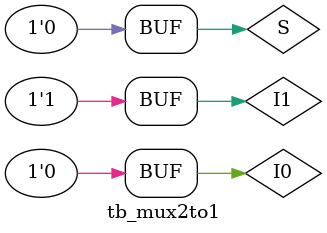
<source format=v>
`timescale 1ns / 1ps
module tb_mux2to1;
reg I0,I1,S;
wire Y;
mux2to1 DUT(.I0(I0),.I1(I1),.S(S),.Y(Y));
initial
begin
I0=1'b0;
I1=1'b1;
S=1;
#100;
S=0;
end
endmodule

</source>
